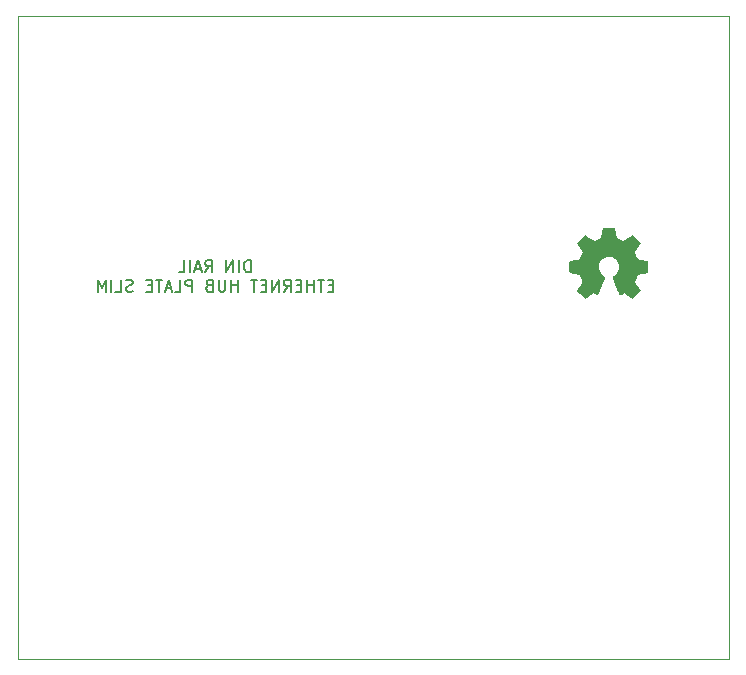
<source format=gbr>
G04 #@! TF.GenerationSoftware,KiCad,Pcbnew,5.1.5+dfsg1-2build2*
G04 #@! TF.CreationDate,2021-09-08T22:35:55-05:00*
G04 #@! TF.ProjectId,ETH_HUB_PLATE_SLIM,4554485f-4855-4425-9f50-4c4154455f53,rev?*
G04 #@! TF.SameCoordinates,Original*
G04 #@! TF.FileFunction,Legend,Bot*
G04 #@! TF.FilePolarity,Positive*
%FSLAX46Y46*%
G04 Gerber Fmt 4.6, Leading zero omitted, Abs format (unit mm)*
G04 Created by KiCad (PCBNEW 5.1.5+dfsg1-2build2) date 2021-09-08 22:35:55*
%MOMM*%
%LPD*%
G04 APERTURE LIST*
%ADD10C,0.150000*%
%ADD11C,0.050000*%
%ADD12C,0.010000*%
G04 APERTURE END LIST*
D10*
X119689190Y-121674380D02*
X119689190Y-120674380D01*
X119451095Y-120674380D01*
X119308238Y-120722000D01*
X119213000Y-120817238D01*
X119165380Y-120912476D01*
X119117761Y-121102952D01*
X119117761Y-121245809D01*
X119165380Y-121436285D01*
X119213000Y-121531523D01*
X119308238Y-121626761D01*
X119451095Y-121674380D01*
X119689190Y-121674380D01*
X118689190Y-121674380D02*
X118689190Y-120674380D01*
X118213000Y-121674380D02*
X118213000Y-120674380D01*
X117641571Y-121674380D01*
X117641571Y-120674380D01*
X115832047Y-121674380D02*
X116165380Y-121198190D01*
X116403476Y-121674380D02*
X116403476Y-120674380D01*
X116022523Y-120674380D01*
X115927285Y-120722000D01*
X115879666Y-120769619D01*
X115832047Y-120864857D01*
X115832047Y-121007714D01*
X115879666Y-121102952D01*
X115927285Y-121150571D01*
X116022523Y-121198190D01*
X116403476Y-121198190D01*
X115451095Y-121388666D02*
X114974904Y-121388666D01*
X115546333Y-121674380D02*
X115213000Y-120674380D01*
X114879666Y-121674380D01*
X114546333Y-121674380D02*
X114546333Y-120674380D01*
X113593952Y-121674380D02*
X114070142Y-121674380D01*
X114070142Y-120674380D01*
X126689190Y-122800571D02*
X126355857Y-122800571D01*
X126213000Y-123324380D02*
X126689190Y-123324380D01*
X126689190Y-122324380D01*
X126213000Y-122324380D01*
X125927285Y-122324380D02*
X125355857Y-122324380D01*
X125641571Y-123324380D02*
X125641571Y-122324380D01*
X125022523Y-123324380D02*
X125022523Y-122324380D01*
X125022523Y-122800571D02*
X124451095Y-122800571D01*
X124451095Y-123324380D02*
X124451095Y-122324380D01*
X123974904Y-122800571D02*
X123641571Y-122800571D01*
X123498714Y-123324380D02*
X123974904Y-123324380D01*
X123974904Y-122324380D01*
X123498714Y-122324380D01*
X122498714Y-123324380D02*
X122832047Y-122848190D01*
X123070142Y-123324380D02*
X123070142Y-122324380D01*
X122689190Y-122324380D01*
X122593952Y-122372000D01*
X122546333Y-122419619D01*
X122498714Y-122514857D01*
X122498714Y-122657714D01*
X122546333Y-122752952D01*
X122593952Y-122800571D01*
X122689190Y-122848190D01*
X123070142Y-122848190D01*
X122070142Y-123324380D02*
X122070142Y-122324380D01*
X121498714Y-123324380D01*
X121498714Y-122324380D01*
X121022523Y-122800571D02*
X120689190Y-122800571D01*
X120546333Y-123324380D02*
X121022523Y-123324380D01*
X121022523Y-122324380D01*
X120546333Y-122324380D01*
X120260619Y-122324380D02*
X119689190Y-122324380D01*
X119974904Y-123324380D02*
X119974904Y-122324380D01*
X118593952Y-123324380D02*
X118593952Y-122324380D01*
X118593952Y-122800571D02*
X118022523Y-122800571D01*
X118022523Y-123324380D02*
X118022523Y-122324380D01*
X117546333Y-122324380D02*
X117546333Y-123133904D01*
X117498714Y-123229142D01*
X117451095Y-123276761D01*
X117355857Y-123324380D01*
X117165380Y-123324380D01*
X117070142Y-123276761D01*
X117022523Y-123229142D01*
X116974904Y-123133904D01*
X116974904Y-122324380D01*
X116165380Y-122800571D02*
X116022523Y-122848190D01*
X115974904Y-122895809D01*
X115927285Y-122991047D01*
X115927285Y-123133904D01*
X115974904Y-123229142D01*
X116022523Y-123276761D01*
X116117761Y-123324380D01*
X116498714Y-123324380D01*
X116498714Y-122324380D01*
X116165380Y-122324380D01*
X116070142Y-122372000D01*
X116022523Y-122419619D01*
X115974904Y-122514857D01*
X115974904Y-122610095D01*
X116022523Y-122705333D01*
X116070142Y-122752952D01*
X116165380Y-122800571D01*
X116498714Y-122800571D01*
X114736809Y-123324380D02*
X114736809Y-122324380D01*
X114355857Y-122324380D01*
X114260619Y-122372000D01*
X114213000Y-122419619D01*
X114165380Y-122514857D01*
X114165380Y-122657714D01*
X114213000Y-122752952D01*
X114260619Y-122800571D01*
X114355857Y-122848190D01*
X114736809Y-122848190D01*
X113260619Y-123324380D02*
X113736809Y-123324380D01*
X113736809Y-122324380D01*
X112974904Y-123038666D02*
X112498714Y-123038666D01*
X113070142Y-123324380D02*
X112736809Y-122324380D01*
X112403476Y-123324380D01*
X112213000Y-122324380D02*
X111641571Y-122324380D01*
X111927285Y-123324380D02*
X111927285Y-122324380D01*
X111308238Y-122800571D02*
X110974904Y-122800571D01*
X110832047Y-123324380D02*
X111308238Y-123324380D01*
X111308238Y-122324380D01*
X110832047Y-122324380D01*
X109689190Y-123276761D02*
X109546333Y-123324380D01*
X109308238Y-123324380D01*
X109213000Y-123276761D01*
X109165380Y-123229142D01*
X109117761Y-123133904D01*
X109117761Y-123038666D01*
X109165380Y-122943428D01*
X109213000Y-122895809D01*
X109308238Y-122848190D01*
X109498714Y-122800571D01*
X109593952Y-122752952D01*
X109641571Y-122705333D01*
X109689190Y-122610095D01*
X109689190Y-122514857D01*
X109641571Y-122419619D01*
X109593952Y-122372000D01*
X109498714Y-122324380D01*
X109260619Y-122324380D01*
X109117761Y-122372000D01*
X108213000Y-123324380D02*
X108689190Y-123324380D01*
X108689190Y-122324380D01*
X107879666Y-123324380D02*
X107879666Y-122324380D01*
X107403476Y-123324380D02*
X107403476Y-122324380D01*
X107070142Y-123038666D01*
X106736809Y-122324380D01*
X106736809Y-123324380D01*
D11*
X100000000Y-154400000D02*
X160150000Y-154400000D01*
X160150000Y-100000000D02*
X160150000Y-154400000D01*
X100000000Y-100000000D02*
X160150000Y-100000000D01*
X100000000Y-100000000D02*
X100000000Y-154400000D01*
D12*
G36*
X149431186Y-118372931D02*
G01*
X149347365Y-118817555D01*
X149038080Y-118945053D01*
X148728794Y-119072551D01*
X148357754Y-118820246D01*
X148253843Y-118749996D01*
X148159913Y-118687272D01*
X148080348Y-118634938D01*
X148019530Y-118595857D01*
X147981843Y-118572893D01*
X147971579Y-118567942D01*
X147953090Y-118580676D01*
X147913580Y-118615882D01*
X147857478Y-118669062D01*
X147789213Y-118735718D01*
X147713214Y-118811354D01*
X147633908Y-118891472D01*
X147555725Y-118971574D01*
X147483093Y-119047164D01*
X147420441Y-119113745D01*
X147372197Y-119166818D01*
X147342790Y-119201887D01*
X147335759Y-119213623D01*
X147345877Y-119235260D01*
X147374241Y-119282662D01*
X147417871Y-119351193D01*
X147473782Y-119436215D01*
X147538994Y-119533093D01*
X147576781Y-119588350D01*
X147645657Y-119689248D01*
X147706860Y-119780299D01*
X147757422Y-119856970D01*
X147794372Y-119914728D01*
X147814742Y-119949043D01*
X147817803Y-119956254D01*
X147810864Y-119976748D01*
X147791949Y-120024513D01*
X147763913Y-120092832D01*
X147729609Y-120174989D01*
X147691891Y-120264270D01*
X147653613Y-120353958D01*
X147617630Y-120437338D01*
X147586794Y-120507694D01*
X147563961Y-120558310D01*
X147551983Y-120582471D01*
X147551276Y-120583422D01*
X147532469Y-120588036D01*
X147482382Y-120598328D01*
X147406207Y-120613287D01*
X147309135Y-120631901D01*
X147196357Y-120653159D01*
X147130558Y-120665418D01*
X147010050Y-120688362D01*
X146901203Y-120710195D01*
X146809524Y-120729722D01*
X146740519Y-120745748D01*
X146699696Y-120757079D01*
X146691489Y-120760674D01*
X146683452Y-120785006D01*
X146676967Y-120839959D01*
X146672030Y-120919108D01*
X146668636Y-121016026D01*
X146666782Y-121124287D01*
X146666462Y-121237465D01*
X146667673Y-121349135D01*
X146670410Y-121452868D01*
X146674669Y-121542241D01*
X146680445Y-121610826D01*
X146687733Y-121652197D01*
X146692105Y-121660810D01*
X146718236Y-121671133D01*
X146773607Y-121685892D01*
X146850893Y-121703352D01*
X146942770Y-121721780D01*
X146974842Y-121727741D01*
X147129476Y-121756066D01*
X147251625Y-121778876D01*
X147345327Y-121797080D01*
X147414616Y-121811583D01*
X147463529Y-121823292D01*
X147496103Y-121833115D01*
X147516372Y-121841956D01*
X147528374Y-121850724D01*
X147530053Y-121852457D01*
X147546816Y-121880371D01*
X147572386Y-121934695D01*
X147604212Y-122008777D01*
X147639740Y-122095965D01*
X147676417Y-122189608D01*
X147711689Y-122283052D01*
X147743004Y-122369647D01*
X147767807Y-122442740D01*
X147783546Y-122495678D01*
X147787668Y-122521811D01*
X147787324Y-122522726D01*
X147773359Y-122544086D01*
X147741678Y-122591084D01*
X147695609Y-122658827D01*
X147638482Y-122742423D01*
X147573627Y-122836982D01*
X147555157Y-122863854D01*
X147489301Y-122961275D01*
X147431350Y-123050163D01*
X147384462Y-123125412D01*
X147351793Y-123181920D01*
X147336500Y-123214581D01*
X147335759Y-123218593D01*
X147348608Y-123239684D01*
X147384112Y-123281464D01*
X147437707Y-123339445D01*
X147504829Y-123409135D01*
X147580913Y-123486045D01*
X147661396Y-123565683D01*
X147741713Y-123643561D01*
X147817301Y-123715186D01*
X147883595Y-123776070D01*
X147936031Y-123821721D01*
X147970045Y-123847650D01*
X147979455Y-123851883D01*
X148001357Y-123841912D01*
X148046200Y-123815020D01*
X148106679Y-123775736D01*
X148153211Y-123744117D01*
X148237525Y-123686098D01*
X148337374Y-123617784D01*
X148437527Y-123549579D01*
X148491373Y-123513075D01*
X148673629Y-123389800D01*
X148826619Y-123472520D01*
X148896318Y-123508759D01*
X148955586Y-123536926D01*
X148995689Y-123552991D01*
X149005897Y-123555226D01*
X149018171Y-123538722D01*
X149042387Y-123492082D01*
X149076737Y-123419609D01*
X149119412Y-123325606D01*
X149168606Y-123214374D01*
X149222510Y-123090215D01*
X149279316Y-122957432D01*
X149337218Y-122820327D01*
X149394407Y-122683202D01*
X149449076Y-122550358D01*
X149499416Y-122426098D01*
X149543620Y-122314725D01*
X149579881Y-122220539D01*
X149606391Y-122147844D01*
X149621342Y-122100941D01*
X149623746Y-122084833D01*
X149604689Y-122064286D01*
X149562964Y-122030933D01*
X149507294Y-121991702D01*
X149502622Y-121988599D01*
X149358736Y-121873423D01*
X149242717Y-121739053D01*
X149155570Y-121589784D01*
X149098301Y-121429913D01*
X149071914Y-121263737D01*
X149077415Y-121095552D01*
X149115810Y-120929655D01*
X149188105Y-120770342D01*
X149209374Y-120735487D01*
X149320004Y-120594737D01*
X149450698Y-120481714D01*
X149596936Y-120397003D01*
X149754192Y-120341194D01*
X149917943Y-120314874D01*
X150083667Y-120318630D01*
X150246838Y-120353050D01*
X150402935Y-120418723D01*
X150547433Y-120516235D01*
X150592131Y-120555813D01*
X150705888Y-120679703D01*
X150788782Y-120810124D01*
X150845644Y-120956315D01*
X150877313Y-121101088D01*
X150885131Y-121263860D01*
X150859062Y-121427440D01*
X150801755Y-121586298D01*
X150715856Y-121734906D01*
X150604014Y-121867735D01*
X150468877Y-121979256D01*
X150451117Y-121991011D01*
X150394850Y-122029508D01*
X150352077Y-122062863D01*
X150331628Y-122084160D01*
X150331331Y-122084833D01*
X150335721Y-122107871D01*
X150353124Y-122160157D01*
X150381732Y-122237390D01*
X150419735Y-122335268D01*
X150465326Y-122449491D01*
X150516697Y-122575758D01*
X150572038Y-122709767D01*
X150629542Y-122847218D01*
X150687399Y-122983808D01*
X150743802Y-123115237D01*
X150796942Y-123237205D01*
X150845010Y-123345409D01*
X150886199Y-123435549D01*
X150918699Y-123503323D01*
X150940703Y-123544430D01*
X150949564Y-123555226D01*
X150976640Y-123546819D01*
X151027303Y-123524272D01*
X151092817Y-123491613D01*
X151128841Y-123472520D01*
X151281832Y-123389800D01*
X151464088Y-123513075D01*
X151557125Y-123576228D01*
X151658985Y-123645727D01*
X151754438Y-123711165D01*
X151802250Y-123744117D01*
X151869495Y-123789273D01*
X151926436Y-123825057D01*
X151965646Y-123846938D01*
X151978381Y-123851563D01*
X151996917Y-123839085D01*
X152037941Y-123804252D01*
X152097475Y-123750678D01*
X152171542Y-123681983D01*
X152256165Y-123601781D01*
X152309685Y-123550286D01*
X152403319Y-123458286D01*
X152484241Y-123375999D01*
X152549177Y-123306945D01*
X152594858Y-123254644D01*
X152618011Y-123222616D01*
X152620232Y-123216116D01*
X152609924Y-123191394D01*
X152581439Y-123141405D01*
X152537937Y-123071212D01*
X152482577Y-122985875D01*
X152418520Y-122890456D01*
X152400303Y-122863854D01*
X152333927Y-122767167D01*
X152274378Y-122680117D01*
X152224984Y-122607595D01*
X152189075Y-122554493D01*
X152169981Y-122525703D01*
X152168136Y-122522726D01*
X152170895Y-122499782D01*
X152185538Y-122449336D01*
X152209513Y-122378041D01*
X152240266Y-122292547D01*
X152275244Y-122199507D01*
X152311893Y-122105574D01*
X152347661Y-122017399D01*
X152379994Y-121941634D01*
X152406338Y-121884931D01*
X152424142Y-121853943D01*
X152425407Y-121852457D01*
X152436294Y-121843601D01*
X152454682Y-121834843D01*
X152484606Y-121825277D01*
X152530103Y-121813996D01*
X152595209Y-121800093D01*
X152683961Y-121782663D01*
X152800393Y-121760798D01*
X152948542Y-121733591D01*
X152980618Y-121727741D01*
X153075686Y-121709374D01*
X153158565Y-121691405D01*
X153221930Y-121675569D01*
X153258458Y-121663600D01*
X153263356Y-121660810D01*
X153271427Y-121636072D01*
X153277987Y-121580790D01*
X153283033Y-121501389D01*
X153286559Y-121404296D01*
X153288561Y-121295938D01*
X153289036Y-121182740D01*
X153287977Y-121071128D01*
X153285382Y-120967529D01*
X153281246Y-120878368D01*
X153275563Y-120810072D01*
X153268331Y-120769066D01*
X153263971Y-120760674D01*
X153239698Y-120752208D01*
X153184426Y-120738435D01*
X153103662Y-120720550D01*
X153002912Y-120699748D01*
X152887683Y-120677223D01*
X152824902Y-120665418D01*
X152705787Y-120643151D01*
X152599565Y-120622979D01*
X152511427Y-120605915D01*
X152446566Y-120592969D01*
X152410174Y-120585155D01*
X152404184Y-120583422D01*
X152394061Y-120563890D01*
X152372662Y-120516843D01*
X152342839Y-120449003D01*
X152307445Y-120367091D01*
X152269332Y-120277828D01*
X152231353Y-120187935D01*
X152196360Y-120104135D01*
X152167206Y-120033147D01*
X152146743Y-119981694D01*
X152137823Y-119956497D01*
X152137657Y-119955396D01*
X152147769Y-119935519D01*
X152176117Y-119889777D01*
X152219723Y-119822717D01*
X152275606Y-119738884D01*
X152340787Y-119642826D01*
X152378679Y-119587650D01*
X152447725Y-119486481D01*
X152509050Y-119394630D01*
X152559663Y-119316744D01*
X152596571Y-119257469D01*
X152616782Y-119221451D01*
X152619701Y-119213377D01*
X152607153Y-119194584D01*
X152572463Y-119154457D01*
X152520063Y-119097493D01*
X152454384Y-119028185D01*
X152379856Y-118951031D01*
X152300913Y-118870525D01*
X152221983Y-118791163D01*
X152147500Y-118717440D01*
X152081894Y-118653852D01*
X152029596Y-118604894D01*
X151995039Y-118575061D01*
X151983478Y-118567942D01*
X151964654Y-118577953D01*
X151919631Y-118606078D01*
X151852787Y-118649454D01*
X151768499Y-118705218D01*
X151671144Y-118770506D01*
X151597707Y-118820246D01*
X151226667Y-119072551D01*
X150608095Y-118817555D01*
X150524275Y-118372931D01*
X150440454Y-117928307D01*
X149515006Y-117928307D01*
X149431186Y-118372931D01*
G37*
X149431186Y-118372931D02*
X149347365Y-118817555D01*
X149038080Y-118945053D01*
X148728794Y-119072551D01*
X148357754Y-118820246D01*
X148253843Y-118749996D01*
X148159913Y-118687272D01*
X148080348Y-118634938D01*
X148019530Y-118595857D01*
X147981843Y-118572893D01*
X147971579Y-118567942D01*
X147953090Y-118580676D01*
X147913580Y-118615882D01*
X147857478Y-118669062D01*
X147789213Y-118735718D01*
X147713214Y-118811354D01*
X147633908Y-118891472D01*
X147555725Y-118971574D01*
X147483093Y-119047164D01*
X147420441Y-119113745D01*
X147372197Y-119166818D01*
X147342790Y-119201887D01*
X147335759Y-119213623D01*
X147345877Y-119235260D01*
X147374241Y-119282662D01*
X147417871Y-119351193D01*
X147473782Y-119436215D01*
X147538994Y-119533093D01*
X147576781Y-119588350D01*
X147645657Y-119689248D01*
X147706860Y-119780299D01*
X147757422Y-119856970D01*
X147794372Y-119914728D01*
X147814742Y-119949043D01*
X147817803Y-119956254D01*
X147810864Y-119976748D01*
X147791949Y-120024513D01*
X147763913Y-120092832D01*
X147729609Y-120174989D01*
X147691891Y-120264270D01*
X147653613Y-120353958D01*
X147617630Y-120437338D01*
X147586794Y-120507694D01*
X147563961Y-120558310D01*
X147551983Y-120582471D01*
X147551276Y-120583422D01*
X147532469Y-120588036D01*
X147482382Y-120598328D01*
X147406207Y-120613287D01*
X147309135Y-120631901D01*
X147196357Y-120653159D01*
X147130558Y-120665418D01*
X147010050Y-120688362D01*
X146901203Y-120710195D01*
X146809524Y-120729722D01*
X146740519Y-120745748D01*
X146699696Y-120757079D01*
X146691489Y-120760674D01*
X146683452Y-120785006D01*
X146676967Y-120839959D01*
X146672030Y-120919108D01*
X146668636Y-121016026D01*
X146666782Y-121124287D01*
X146666462Y-121237465D01*
X146667673Y-121349135D01*
X146670410Y-121452868D01*
X146674669Y-121542241D01*
X146680445Y-121610826D01*
X146687733Y-121652197D01*
X146692105Y-121660810D01*
X146718236Y-121671133D01*
X146773607Y-121685892D01*
X146850893Y-121703352D01*
X146942770Y-121721780D01*
X146974842Y-121727741D01*
X147129476Y-121756066D01*
X147251625Y-121778876D01*
X147345327Y-121797080D01*
X147414616Y-121811583D01*
X147463529Y-121823292D01*
X147496103Y-121833115D01*
X147516372Y-121841956D01*
X147528374Y-121850724D01*
X147530053Y-121852457D01*
X147546816Y-121880371D01*
X147572386Y-121934695D01*
X147604212Y-122008777D01*
X147639740Y-122095965D01*
X147676417Y-122189608D01*
X147711689Y-122283052D01*
X147743004Y-122369647D01*
X147767807Y-122442740D01*
X147783546Y-122495678D01*
X147787668Y-122521811D01*
X147787324Y-122522726D01*
X147773359Y-122544086D01*
X147741678Y-122591084D01*
X147695609Y-122658827D01*
X147638482Y-122742423D01*
X147573627Y-122836982D01*
X147555157Y-122863854D01*
X147489301Y-122961275D01*
X147431350Y-123050163D01*
X147384462Y-123125412D01*
X147351793Y-123181920D01*
X147336500Y-123214581D01*
X147335759Y-123218593D01*
X147348608Y-123239684D01*
X147384112Y-123281464D01*
X147437707Y-123339445D01*
X147504829Y-123409135D01*
X147580913Y-123486045D01*
X147661396Y-123565683D01*
X147741713Y-123643561D01*
X147817301Y-123715186D01*
X147883595Y-123776070D01*
X147936031Y-123821721D01*
X147970045Y-123847650D01*
X147979455Y-123851883D01*
X148001357Y-123841912D01*
X148046200Y-123815020D01*
X148106679Y-123775736D01*
X148153211Y-123744117D01*
X148237525Y-123686098D01*
X148337374Y-123617784D01*
X148437527Y-123549579D01*
X148491373Y-123513075D01*
X148673629Y-123389800D01*
X148826619Y-123472520D01*
X148896318Y-123508759D01*
X148955586Y-123536926D01*
X148995689Y-123552991D01*
X149005897Y-123555226D01*
X149018171Y-123538722D01*
X149042387Y-123492082D01*
X149076737Y-123419609D01*
X149119412Y-123325606D01*
X149168606Y-123214374D01*
X149222510Y-123090215D01*
X149279316Y-122957432D01*
X149337218Y-122820327D01*
X149394407Y-122683202D01*
X149449076Y-122550358D01*
X149499416Y-122426098D01*
X149543620Y-122314725D01*
X149579881Y-122220539D01*
X149606391Y-122147844D01*
X149621342Y-122100941D01*
X149623746Y-122084833D01*
X149604689Y-122064286D01*
X149562964Y-122030933D01*
X149507294Y-121991702D01*
X149502622Y-121988599D01*
X149358736Y-121873423D01*
X149242717Y-121739053D01*
X149155570Y-121589784D01*
X149098301Y-121429913D01*
X149071914Y-121263737D01*
X149077415Y-121095552D01*
X149115810Y-120929655D01*
X149188105Y-120770342D01*
X149209374Y-120735487D01*
X149320004Y-120594737D01*
X149450698Y-120481714D01*
X149596936Y-120397003D01*
X149754192Y-120341194D01*
X149917943Y-120314874D01*
X150083667Y-120318630D01*
X150246838Y-120353050D01*
X150402935Y-120418723D01*
X150547433Y-120516235D01*
X150592131Y-120555813D01*
X150705888Y-120679703D01*
X150788782Y-120810124D01*
X150845644Y-120956315D01*
X150877313Y-121101088D01*
X150885131Y-121263860D01*
X150859062Y-121427440D01*
X150801755Y-121586298D01*
X150715856Y-121734906D01*
X150604014Y-121867735D01*
X150468877Y-121979256D01*
X150451117Y-121991011D01*
X150394850Y-122029508D01*
X150352077Y-122062863D01*
X150331628Y-122084160D01*
X150331331Y-122084833D01*
X150335721Y-122107871D01*
X150353124Y-122160157D01*
X150381732Y-122237390D01*
X150419735Y-122335268D01*
X150465326Y-122449491D01*
X150516697Y-122575758D01*
X150572038Y-122709767D01*
X150629542Y-122847218D01*
X150687399Y-122983808D01*
X150743802Y-123115237D01*
X150796942Y-123237205D01*
X150845010Y-123345409D01*
X150886199Y-123435549D01*
X150918699Y-123503323D01*
X150940703Y-123544430D01*
X150949564Y-123555226D01*
X150976640Y-123546819D01*
X151027303Y-123524272D01*
X151092817Y-123491613D01*
X151128841Y-123472520D01*
X151281832Y-123389800D01*
X151464088Y-123513075D01*
X151557125Y-123576228D01*
X151658985Y-123645727D01*
X151754438Y-123711165D01*
X151802250Y-123744117D01*
X151869495Y-123789273D01*
X151926436Y-123825057D01*
X151965646Y-123846938D01*
X151978381Y-123851563D01*
X151996917Y-123839085D01*
X152037941Y-123804252D01*
X152097475Y-123750678D01*
X152171542Y-123681983D01*
X152256165Y-123601781D01*
X152309685Y-123550286D01*
X152403319Y-123458286D01*
X152484241Y-123375999D01*
X152549177Y-123306945D01*
X152594858Y-123254644D01*
X152618011Y-123222616D01*
X152620232Y-123216116D01*
X152609924Y-123191394D01*
X152581439Y-123141405D01*
X152537937Y-123071212D01*
X152482577Y-122985875D01*
X152418520Y-122890456D01*
X152400303Y-122863854D01*
X152333927Y-122767167D01*
X152274378Y-122680117D01*
X152224984Y-122607595D01*
X152189075Y-122554493D01*
X152169981Y-122525703D01*
X152168136Y-122522726D01*
X152170895Y-122499782D01*
X152185538Y-122449336D01*
X152209513Y-122378041D01*
X152240266Y-122292547D01*
X152275244Y-122199507D01*
X152311893Y-122105574D01*
X152347661Y-122017399D01*
X152379994Y-121941634D01*
X152406338Y-121884931D01*
X152424142Y-121853943D01*
X152425407Y-121852457D01*
X152436294Y-121843601D01*
X152454682Y-121834843D01*
X152484606Y-121825277D01*
X152530103Y-121813996D01*
X152595209Y-121800093D01*
X152683961Y-121782663D01*
X152800393Y-121760798D01*
X152948542Y-121733591D01*
X152980618Y-121727741D01*
X153075686Y-121709374D01*
X153158565Y-121691405D01*
X153221930Y-121675569D01*
X153258458Y-121663600D01*
X153263356Y-121660810D01*
X153271427Y-121636072D01*
X153277987Y-121580790D01*
X153283033Y-121501389D01*
X153286559Y-121404296D01*
X153288561Y-121295938D01*
X153289036Y-121182740D01*
X153287977Y-121071128D01*
X153285382Y-120967529D01*
X153281246Y-120878368D01*
X153275563Y-120810072D01*
X153268331Y-120769066D01*
X153263971Y-120760674D01*
X153239698Y-120752208D01*
X153184426Y-120738435D01*
X153103662Y-120720550D01*
X153002912Y-120699748D01*
X152887683Y-120677223D01*
X152824902Y-120665418D01*
X152705787Y-120643151D01*
X152599565Y-120622979D01*
X152511427Y-120605915D01*
X152446566Y-120592969D01*
X152410174Y-120585155D01*
X152404184Y-120583422D01*
X152394061Y-120563890D01*
X152372662Y-120516843D01*
X152342839Y-120449003D01*
X152307445Y-120367091D01*
X152269332Y-120277828D01*
X152231353Y-120187935D01*
X152196360Y-120104135D01*
X152167206Y-120033147D01*
X152146743Y-119981694D01*
X152137823Y-119956497D01*
X152137657Y-119955396D01*
X152147769Y-119935519D01*
X152176117Y-119889777D01*
X152219723Y-119822717D01*
X152275606Y-119738884D01*
X152340787Y-119642826D01*
X152378679Y-119587650D01*
X152447725Y-119486481D01*
X152509050Y-119394630D01*
X152559663Y-119316744D01*
X152596571Y-119257469D01*
X152616782Y-119221451D01*
X152619701Y-119213377D01*
X152607153Y-119194584D01*
X152572463Y-119154457D01*
X152520063Y-119097493D01*
X152454384Y-119028185D01*
X152379856Y-118951031D01*
X152300913Y-118870525D01*
X152221983Y-118791163D01*
X152147500Y-118717440D01*
X152081894Y-118653852D01*
X152029596Y-118604894D01*
X151995039Y-118575061D01*
X151983478Y-118567942D01*
X151964654Y-118577953D01*
X151919631Y-118606078D01*
X151852787Y-118649454D01*
X151768499Y-118705218D01*
X151671144Y-118770506D01*
X151597707Y-118820246D01*
X151226667Y-119072551D01*
X150608095Y-118817555D01*
X150524275Y-118372931D01*
X150440454Y-117928307D01*
X149515006Y-117928307D01*
X149431186Y-118372931D01*
M02*

</source>
